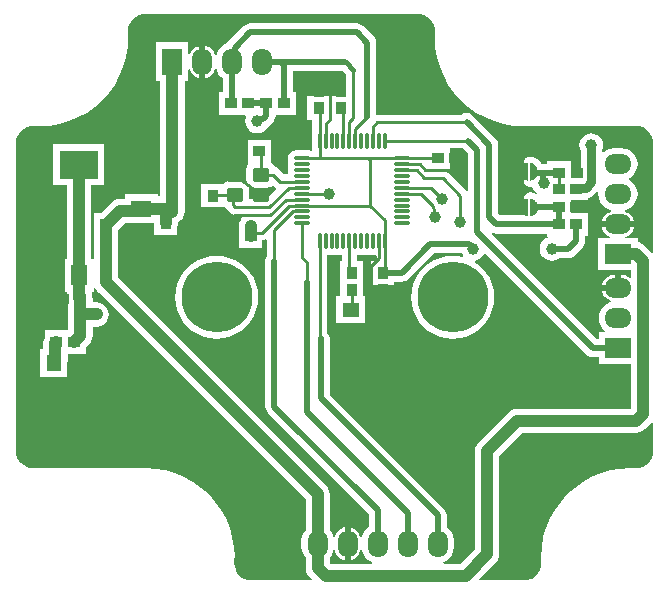
<source format=gtl>
G04*
G04 #@! TF.GenerationSoftware,Altium Limited,Altium Designer,21.3.2 (30)*
G04*
G04 Layer_Physical_Order=1*
G04 Layer_Color=255*
%FSLAX24Y24*%
%MOIN*%
G70*
G04*
G04 #@! TF.SameCoordinates,C6C43F33-DCCB-449E-A6F8-7945281E5F6C*
G04*
G04*
G04 #@! TF.FilePolarity,Positive*
G04*
G01*
G75*
%ADD17C,0.0100*%
%ADD18R,0.0394X0.0945*%
%ADD19R,0.1299X0.0945*%
%ADD20R,0.0709X0.0551*%
%ADD21R,0.0374X0.0394*%
%ADD22R,0.0551X0.0709*%
%ADD23R,0.0394X0.0374*%
%ADD24R,0.0500X0.0550*%
%ADD25R,0.0550X0.0500*%
%ADD26O,0.0118X0.0571*%
%ADD27O,0.0571X0.0118*%
%ADD28C,0.0079*%
G04:AMPARAMS|DCode=29|XSize=55.1mil|YSize=47.2mil|CornerRadius=5.9mil|HoleSize=0mil|Usage=FLASHONLY|Rotation=0.000|XOffset=0mil|YOffset=0mil|HoleType=Round|Shape=RoundedRectangle|*
%AMROUNDEDRECTD29*
21,1,0.0551,0.0354,0,0,0.0*
21,1,0.0433,0.0472,0,0,0.0*
1,1,0.0118,0.0217,-0.0177*
1,1,0.0118,-0.0217,-0.0177*
1,1,0.0118,-0.0217,0.0177*
1,1,0.0118,0.0217,0.0177*
%
%ADD29ROUNDEDRECTD29*%
%ADD45C,0.0400*%
%ADD46C,0.0200*%
%ADD47C,0.0300*%
%ADD48C,0.0150*%
%ADD49O,0.0906X0.0669*%
%ADD50R,0.0906X0.0669*%
%ADD51O,0.0669X0.0906*%
%ADD52R,0.0669X0.0906*%
%ADD53C,0.2362*%
%ADD54C,0.0394*%
G36*
X14769Y20482D02*
X14770Y20481D01*
X14820Y20496D01*
X14884Y20490D01*
X14994Y20456D01*
X15095Y20402D01*
X15184Y20329D01*
X15256Y20241D01*
X15310Y20140D01*
X15344Y20030D01*
X15353Y19933D01*
X15339Y19884D01*
X15339Y19883D01*
X15353Y19832D01*
X15347Y19719D01*
X15366Y19387D01*
X15421Y19060D01*
X15513Y18741D01*
X15640Y18434D01*
X15801Y18144D01*
X15993Y17873D01*
X16214Y17625D01*
X16462Y17404D01*
X16733Y17212D01*
X17023Y17051D01*
X17330Y16924D01*
X17649Y16832D01*
X17976Y16777D01*
X18308Y16758D01*
Y16758D01*
X18358Y16760D01*
X21801Y16760D01*
X21851Y16758D01*
Y16758D01*
X21965Y16765D01*
X22015Y16750D01*
X22016Y16750D01*
X22065Y16764D01*
X22162Y16755D01*
X22272Y16722D01*
X22373Y16668D01*
X22462Y16595D01*
X22534Y16506D01*
X22588Y16405D01*
X22622Y16295D01*
X22628Y16231D01*
X22613Y16181D01*
X22614Y16180D01*
X22633Y16161D01*
Y12561D01*
X22593Y12544D01*
X22583Y12544D01*
X22351Y12775D01*
X22267Y12839D01*
X22170Y12880D01*
X22103Y12889D01*
Y13025D01*
X21711D01*
X21701Y13075D01*
X21787Y13110D01*
X21878Y13180D01*
X21948Y13271D01*
X21992Y13377D01*
X21993Y13390D01*
X21450D01*
X20907D01*
X20908Y13377D01*
X20952Y13271D01*
X21022Y13180D01*
X21113Y13110D01*
X21199Y13075D01*
X21189Y13025D01*
X20797D01*
Y11955D01*
X21897D01*
Y11727D01*
X21847Y11702D01*
X21797Y11740D01*
X21692Y11783D01*
X21578Y11798D01*
X21560D01*
Y11360D01*
X21460D01*
Y11260D01*
X20917D01*
X20918Y11247D01*
X20962Y11141D01*
X21032Y11050D01*
X21123Y10980D01*
X21228Y10937D01*
X21235Y10936D01*
Y10885D01*
X21202Y10881D01*
X21072Y10827D01*
X20961Y10741D01*
X20875Y10630D01*
X20821Y10500D01*
X20803Y10360D01*
X20821Y10220D01*
X20875Y10090D01*
X20961Y9979D01*
X21008Y9942D01*
X20992Y9895D01*
X20807D01*
Y9663D01*
X20745D01*
X17241Y13167D01*
X17269Y13209D01*
X17322Y13188D01*
X17400Y13177D01*
X19078D01*
Y13093D01*
X19094D01*
X19103Y13043D01*
X19040Y13017D01*
X18957Y12953D01*
X18893Y12870D01*
X18853Y12774D01*
X18840Y12670D01*
X18853Y12566D01*
X18893Y12470D01*
X18957Y12387D01*
X19040Y12323D01*
X19136Y12283D01*
X19240Y12270D01*
X19344Y12283D01*
X19440Y12323D01*
X19498Y12367D01*
X19800D01*
X19878Y12378D01*
X19951Y12408D01*
X20014Y12456D01*
X20279Y12721D01*
X20327Y12784D01*
X20358Y12857D01*
X20368Y12935D01*
Y13093D01*
X20462D01*
Y13867D01*
X19872D01*
Y14283D01*
X20462D01*
Y14364D01*
X20476Y14366D01*
X20561Y14401D01*
X20634Y14457D01*
X20754Y14577D01*
X20801Y14554D01*
X20793Y14490D01*
X20811Y14350D01*
X20865Y14220D01*
X20951Y14109D01*
X21062Y14023D01*
X21192Y13969D01*
X21225Y13965D01*
Y13914D01*
X21218Y13913D01*
X21113Y13870D01*
X21022Y13800D01*
X20952Y13709D01*
X20908Y13603D01*
X20907Y13590D01*
X21450D01*
X21993D01*
X21992Y13603D01*
X21948Y13709D01*
X21878Y13800D01*
X21787Y13870D01*
X21682Y13913D01*
X21675Y13914D01*
Y13965D01*
X21708Y13969D01*
X21838Y14023D01*
X21949Y14109D01*
X22035Y14220D01*
X22089Y14350D01*
X22107Y14490D01*
X22089Y14630D01*
X22035Y14760D01*
X21949Y14871D01*
X21838Y14957D01*
X21818Y14965D01*
Y15015D01*
X21838Y15023D01*
X21949Y15109D01*
X22035Y15220D01*
X22089Y15350D01*
X22107Y15490D01*
X22089Y15630D01*
X22035Y15760D01*
X21949Y15871D01*
X21838Y15957D01*
X21708Y16011D01*
X21568Y16029D01*
X21332D01*
X21192Y16011D01*
X21062Y15957D01*
X20981Y15895D01*
X20928Y15912D01*
X20917Y15945D01*
X20947Y16016D01*
X20960Y16120D01*
X20947Y16224D01*
X20907Y16320D01*
X20843Y16403D01*
X20760Y16467D01*
X20664Y16507D01*
X20560Y16520D01*
X20456Y16507D01*
X20360Y16467D01*
X20277Y16403D01*
X20213Y16320D01*
X20173Y16224D01*
X20160Y16120D01*
X20173Y16016D01*
X20207Y15935D01*
Y15060D01*
X20102D01*
X20079Y15057D01*
X19888D01*
Y15587D01*
X19095D01*
Y15503D01*
X18910D01*
X18902Y15516D01*
X18895Y15523D01*
X18891Y15532D01*
X18875Y15554D01*
X18868Y15560D01*
X18863Y15568D01*
X18844Y15589D01*
X18837Y15594D01*
X18831Y15602D01*
X18811Y15621D01*
X18802Y15625D01*
X18796Y15633D01*
X18774Y15649D01*
X18766Y15653D01*
X18759Y15660D01*
X18735Y15675D01*
X18727Y15678D01*
X18719Y15684D01*
X18694Y15696D01*
X18685Y15699D01*
X18677Y15704D01*
X18652Y15714D01*
X18642Y15716D01*
X18634Y15720D01*
X18607Y15728D01*
X18598Y15729D01*
X18589Y15732D01*
X18562Y15737D01*
X18552Y15737D01*
X18543Y15740D01*
X18530Y15741D01*
X18519Y15740D01*
X18510Y15742D01*
X18480Y15737D01*
X18450Y15734D01*
X18441Y15729D01*
X18431Y15727D01*
X18407Y15710D01*
X18380Y15696D01*
X18374Y15688D01*
X18365Y15683D01*
X18349Y15658D01*
X18330Y15635D01*
X18327Y15625D01*
X18321Y15617D01*
X18315Y15587D01*
X18307Y15559D01*
X18308Y15549D01*
X18306Y15539D01*
Y15484D01*
X18309Y15487D01*
X18333Y15502D01*
X18357Y15514D01*
X18383Y15524D01*
X18410Y15532D01*
X18437Y15537D01*
X18450Y15539D01*
X18450Y14941D01*
X18450Y14941D01*
X18437Y14943D01*
X18410Y14948D01*
X18383Y14956D01*
X18357Y14966D01*
X18333Y14978D01*
X18309Y14993D01*
X18306Y14996D01*
Y14941D01*
X18306Y14941D01*
X18308Y14931D01*
X18307Y14921D01*
X18315Y14893D01*
X18321Y14863D01*
X18327Y14855D01*
X18330Y14845D01*
X18349Y14822D01*
X18365Y14797D01*
X18374Y14792D01*
X18380Y14784D01*
X18407Y14770D01*
X18431Y14753D01*
X18441Y14751D01*
X18450Y14746D01*
X18480Y14743D01*
X18510Y14738D01*
X18519Y14740D01*
X18530Y14739D01*
X18543Y14740D01*
X18552Y14743D01*
X18562Y14743D01*
X18589Y14748D01*
X18591Y14749D01*
X18623Y14670D01*
X18687Y14587D01*
X18757Y14534D01*
X18727Y14494D01*
X18702Y14506D01*
X18693Y14509D01*
X18685Y14514D01*
X18659Y14524D01*
X18650Y14526D01*
X18642Y14530D01*
X18615Y14538D01*
X18606Y14539D01*
X18597Y14542D01*
X18570Y14547D01*
X18560Y14547D01*
X18551Y14550D01*
X18537Y14551D01*
X18527Y14550D01*
X18517Y14552D01*
X18488Y14547D01*
X18458Y14544D01*
X18449Y14539D01*
X18439Y14537D01*
X18415Y14520D01*
X18388Y14506D01*
X18382Y14498D01*
X18373Y14493D01*
X18357Y14468D01*
X18338Y14445D01*
X18335Y14435D01*
X18329Y14427D01*
X18323Y14397D01*
X18314Y14369D01*
X18315Y14359D01*
X18314Y14349D01*
Y14294D01*
X18317Y14297D01*
X18341Y14312D01*
X18365Y14324D01*
X18391Y14334D01*
X18418Y14342D01*
X18445Y14347D01*
X18458Y14349D01*
X18458Y13751D01*
X18458Y13751D01*
X18445Y13753D01*
X18418Y13758D01*
X18391Y13766D01*
X18365Y13776D01*
X18341Y13788D01*
X18317Y13803D01*
X18314Y13806D01*
Y13783D01*
X17525D01*
X17457Y13851D01*
Y16145D01*
X17447Y16224D01*
X17417Y16297D01*
X17369Y16359D01*
X17369Y16359D01*
X16624Y17104D01*
X16561Y17152D01*
X16488Y17182D01*
X16410Y17193D01*
X16332Y17182D01*
X16259Y17152D01*
X16249Y17145D01*
X13430D01*
X13393Y17176D01*
Y19540D01*
X13393Y19540D01*
X13382Y19618D01*
X13352Y19691D01*
X13304Y19754D01*
X13304Y19754D01*
X12964Y20094D01*
X12901Y20142D01*
X12828Y20172D01*
X12750Y20183D01*
X9190D01*
X9112Y20172D01*
X9039Y20142D01*
X8976Y20094D01*
X8976Y20094D01*
X8468Y19586D01*
X8420Y19524D01*
X8420Y19522D01*
X8330Y19485D01*
X8219Y19399D01*
X8133Y19288D01*
X8079Y19158D01*
X8075Y19125D01*
X8024D01*
X8023Y19132D01*
X7980Y19237D01*
X7910Y19328D01*
X7819Y19398D01*
X7713Y19442D01*
X7700Y19443D01*
Y18900D01*
Y18357D01*
X7713Y18358D01*
X7819Y18402D01*
X7910Y18472D01*
X7980Y18563D01*
X8023Y18668D01*
X8024Y18675D01*
X8075D01*
X8079Y18642D01*
X8133Y18512D01*
X8219Y18401D01*
X8270Y18361D01*
Y17907D01*
X8148D01*
Y17133D01*
X9035D01*
X9068Y17083D01*
X9043Y17024D01*
X9030Y16920D01*
X9043Y16816D01*
X9083Y16720D01*
X9147Y16637D01*
X9230Y16573D01*
X9326Y16533D01*
X9430Y16520D01*
X9534Y16533D01*
X9630Y16573D01*
X9713Y16637D01*
X9777Y16720D01*
X9779Y16726D01*
X9832Y16766D01*
X9949Y16883D01*
X9949Y16883D01*
X9997Y16946D01*
X10027Y17019D01*
X10037Y17097D01*
Y17133D01*
X10722D01*
Y17907D01*
X10628D01*
Y18597D01*
X12280D01*
X12375Y18503D01*
Y17747D01*
X11093D01*
Y16953D01*
X11256D01*
Y16544D01*
X11249Y16495D01*
Y16042D01*
X11256Y15994D01*
Y15943D01*
X11205D01*
X11156Y15949D01*
X10704D01*
X10636Y15940D01*
X10573Y15914D01*
X10519Y15873D01*
X10477Y15819D01*
X10451Y15756D01*
X10442Y15688D01*
X10451Y15620D01*
X10464Y15590D01*
X10451Y15559D01*
X10442Y15491D01*
X10451Y15423D01*
X10464Y15393D01*
X10451Y15362D01*
X10442Y15294D01*
X10451Y15227D01*
X10462Y15200D01*
X10439Y15155D01*
X10305D01*
X10136Y15325D01*
X10053Y15380D01*
X10012Y15388D01*
X10012Y15389D01*
X9986Y15452D01*
X9944Y15507D01*
X9897Y15543D01*
Y16307D01*
X9104D01*
Y15533D01*
X9104D01*
X9124Y15483D01*
X9100Y15452D01*
X9074Y15389D01*
X9065Y15322D01*
Y14967D01*
X9074Y14904D01*
X9065Y14894D01*
X9031Y14874D01*
X9024Y14879D01*
X8961Y14905D01*
X8893Y14914D01*
X8460D01*
X8393Y14905D01*
X8330Y14879D01*
X8281Y14842D01*
X7563D01*
Y14048D01*
X8337D01*
Y14048D01*
X8343Y14052D01*
X8392Y14032D01*
X8395Y14021D01*
X8450Y13938D01*
X8508Y13880D01*
X8591Y13824D01*
X8689Y13805D01*
X8957D01*
X8974Y13755D01*
X8935Y13725D01*
X8871Y13642D01*
X8830Y13544D01*
X8821Y13477D01*
X8808D01*
Y12703D01*
X9207D01*
X9220Y12701D01*
X9233Y12703D01*
X9602D01*
Y12951D01*
X9680Y12967D01*
X9701Y12981D01*
X9745Y12957D01*
Y12431D01*
X9738Y12421D01*
X9708Y12348D01*
X9697Y12270D01*
Y7400D01*
X9708Y7322D01*
X9738Y7249D01*
X9786Y7186D01*
X13137Y3835D01*
Y3400D01*
X13059Y3339D01*
X12973Y3228D01*
X12919Y3098D01*
X12915Y3065D01*
X12864D01*
X12863Y3072D01*
X12820Y3177D01*
X12750Y3268D01*
X12659Y3338D01*
X12553Y3382D01*
X12540Y3383D01*
Y2840D01*
Y2297D01*
X12553Y2298D01*
X12659Y2342D01*
X12750Y2412D01*
X12820Y2503D01*
X12863Y2608D01*
X12864Y2615D01*
X12915D01*
X12919Y2582D01*
X12973Y2452D01*
X13059Y2341D01*
X13170Y2255D01*
X13246Y2223D01*
X13236Y2173D01*
X11877D01*
X11843Y2207D01*
Y2369D01*
X11907Y2452D01*
X11961Y2582D01*
X11965Y2615D01*
X12016D01*
X12017Y2608D01*
X12060Y2503D01*
X12130Y2412D01*
X12221Y2342D01*
X12327Y2298D01*
X12340Y2297D01*
Y2840D01*
Y3383D01*
X12327Y3382D01*
X12221Y3338D01*
X12130Y3268D01*
X12060Y3177D01*
X12017Y3072D01*
X12016Y3065D01*
X11965D01*
X11961Y3098D01*
X11907Y3228D01*
X11843Y3311D01*
Y4500D01*
X11830Y4604D01*
X11789Y4702D01*
X11725Y4785D01*
X11725Y4785D01*
X4786Y11724D01*
Y13194D01*
Y13296D01*
X5023Y13533D01*
X5484D01*
X5484Y13533D01*
X5511Y13536D01*
X5977D01*
Y13525D01*
X5990Y13421D01*
X5993Y13414D01*
Y13128D01*
X6330D01*
X6380Y13122D01*
X6430Y13128D01*
X6767D01*
Y13414D01*
X6770Y13421D01*
X6783Y13525D01*
Y13543D01*
X6802Y13551D01*
X6885Y13615D01*
X6949Y13698D01*
X6990Y13796D01*
X7003Y13900D01*
X7003Y13900D01*
Y18247D01*
X7135D01*
Y18639D01*
X7185Y18649D01*
X7220Y18563D01*
X7290Y18472D01*
X7381Y18402D01*
X7487Y18358D01*
X7500Y18357D01*
Y18900D01*
Y19443D01*
X7487Y19442D01*
X7381Y19398D01*
X7290Y19328D01*
X7220Y19237D01*
X7185Y19151D01*
X7135Y19161D01*
Y19553D01*
X6065D01*
Y18247D01*
X6197D01*
Y14415D01*
X6114D01*
Y14487D01*
X5006D01*
Y14340D01*
X4856D01*
X4856Y14340D01*
X4751Y14326D01*
X4654Y14286D01*
X4570Y14222D01*
X4215Y13867D01*
X3986D01*
Y13514D01*
X3979Y13463D01*
X3979Y13463D01*
Y13194D01*
Y12384D01*
X3977Y12334D01*
X3919Y12334D01*
X3884Y12370D01*
Y13191D01*
X3881Y13215D01*
Y14805D01*
X4327D01*
Y16150D01*
X2628D01*
Y14805D01*
X3074D01*
Y13194D01*
X3074Y13194D01*
X3077Y13170D01*
Y12334D01*
X3026D01*
Y11226D01*
X3098D01*
Y11043D01*
X3098Y11043D01*
X3112Y10939D01*
X3132Y10891D01*
Y10480D01*
Y9947D01*
X2846D01*
X2839Y9950D01*
X2735Y9963D01*
X2630Y9950D01*
X2624Y9947D01*
X2338D01*
Y9696D01*
X2310Y9630D01*
X2297Y9525D01*
X2297Y9525D01*
Y9335D01*
X2200D01*
Y8385D01*
X3100D01*
Y8884D01*
X3103Y8910D01*
X3103Y8910D01*
Y9173D01*
X3214D01*
X3221Y9170D01*
X3325Y9157D01*
X3430Y9170D01*
X3436Y9173D01*
X3722D01*
Y9386D01*
X3821Y9485D01*
X3885Y9568D01*
X3925Y9666D01*
X3939Y9770D01*
X3939Y9770D01*
Y10077D01*
X4070D01*
X4174Y10090D01*
X4272Y10131D01*
X4355Y10195D01*
X4419Y10278D01*
X4460Y10376D01*
X4473Y10480D01*
X4460Y10584D01*
X4419Y10682D01*
X4355Y10765D01*
X4272Y10829D01*
X4174Y10870D01*
X4070Y10883D01*
X3939D01*
Y11010D01*
X3939Y11010D01*
X3932Y11060D01*
Y11226D01*
X3977D01*
Y11360D01*
X4027Y11370D01*
X4033Y11355D01*
X4098Y11272D01*
X11037Y4333D01*
Y3311D01*
X10973Y3228D01*
X10919Y3098D01*
X10901Y2958D01*
Y2722D01*
X10919Y2582D01*
X10973Y2452D01*
X11037Y2369D01*
Y2040D01*
X11037Y2040D01*
X11050Y1936D01*
X11091Y1838D01*
X11155Y1755D01*
X11249Y1660D01*
X11230Y1614D01*
X9247D01*
X9245Y1614D01*
X9133Y1625D01*
X9023Y1658D01*
X8922Y1712D01*
X8833Y1785D01*
X8760Y1874D01*
X8706Y1975D01*
X8673Y2085D01*
X8663Y2182D01*
X8665Y2231D01*
X8665Y2231D01*
X8663Y2281D01*
X8670Y2396D01*
X8651Y2727D01*
X8596Y3055D01*
X8504Y3374D01*
X8377Y3680D01*
X8216Y3971D01*
X8024Y4242D01*
X7803Y4489D01*
X7555Y4711D01*
X7284Y4903D01*
X6994Y5063D01*
X6687Y5190D01*
X6368Y5282D01*
X6041Y5338D01*
X5759Y5354D01*
X5710Y5356D01*
X5710Y5373D01*
X5709Y5374D01*
Y5356D01*
X5661Y5354D01*
X2214D01*
X2184Y5356D01*
X2184Y5356D01*
X2166Y5374D01*
X2166Y5374D01*
X2165Y5373D01*
X2165Y5356D01*
X2052Y5350D01*
X2002Y5365D01*
X2001Y5364D01*
X1951Y5350D01*
X1855Y5360D01*
X1745Y5393D01*
X1644Y5447D01*
X1555Y5520D01*
X1482Y5609D01*
X1428Y5710D01*
X1395Y5820D01*
X1384Y5932D01*
X1384Y5934D01*
X1384Y16181D01*
X1384Y16183D01*
X1395Y16295D01*
X1428Y16405D01*
X1482Y16506D01*
X1555Y16595D01*
X1644Y16667D01*
X1745Y16722D01*
X1855Y16755D01*
X1951Y16764D01*
X2001Y16750D01*
X2002Y16750D01*
X2052Y16765D01*
X2166Y16758D01*
X2497Y16777D01*
X2825Y16832D01*
X3144Y16924D01*
X3450Y17051D01*
X3741Y17212D01*
X4012Y17404D01*
X4259Y17625D01*
X4481Y17873D01*
X4673Y18144D01*
X4833Y18434D01*
X4960Y18741D01*
X5052Y19060D01*
X5108Y19387D01*
X5126Y19719D01*
X5120Y19832D01*
X5135Y19883D01*
X5131Y19895D01*
X5120Y19933D01*
X5130Y20030D01*
X5163Y20140D01*
X5217Y20241D01*
X5290Y20329D01*
X5379Y20402D01*
X5480Y20456D01*
X5590Y20490D01*
X5654Y20496D01*
X5704Y20481D01*
X5704Y20481D01*
X5705Y20482D01*
X5751Y20500D01*
X5754D01*
Y20500D01*
X5754Y20500D01*
X14727Y20500D01*
X14769Y20482D01*
D02*
G37*
G36*
X18523Y15537D02*
X18550Y15532D01*
X18577Y15524D01*
X18603Y15514D01*
X18627Y15502D01*
X18651Y15487D01*
X18673Y15470D01*
X18693Y15452D01*
X18712Y15431D01*
X18728Y15409D01*
X18743Y15386D01*
X18755Y15361D01*
X18765Y15335D01*
X18772Y15308D01*
X18777Y15281D01*
X18780Y15254D01*
X18780Y15240D01*
X18780Y15240D01*
X18780Y15226D01*
X18777Y15199D01*
X18772Y15172D01*
X18765Y15145D01*
X18755Y15119D01*
X18743Y15094D01*
X18728Y15071D01*
X18712Y15049D01*
X18693Y15028D01*
X18673Y15010D01*
X18651Y14993D01*
X18627Y14978D01*
X18603Y14966D01*
X18577Y14956D01*
X18550Y14948D01*
X18523Y14943D01*
X18510Y14941D01*
X18510Y15539D01*
X18523Y15537D01*
D02*
G37*
G36*
X18510Y14941D02*
X18510D01*
X18510D01*
D01*
D02*
G37*
G36*
X10019Y14720D02*
X10053Y14698D01*
X10058Y14648D01*
X9724Y14315D01*
X9155D01*
Y14653D01*
X9146Y14716D01*
X9155Y14726D01*
X9189Y14746D01*
X9196Y14741D01*
X9259Y14715D01*
X9327Y14706D01*
X9760D01*
X9827Y14715D01*
X9890Y14741D01*
X9944Y14783D01*
X9956Y14783D01*
X10019Y14720D01*
D02*
G37*
G36*
X16457Y15845D02*
Y14595D01*
X16407Y14580D01*
X16380Y14620D01*
X15790Y15210D01*
X15726Y15253D01*
X15741Y15303D01*
X15837D01*
Y16014D01*
X16288D01*
X16457Y15845D01*
D02*
G37*
G36*
X18531Y14347D02*
X18558Y14342D01*
X18585Y14334D01*
X18611Y14324D01*
X18635Y14312D01*
X18659Y14297D01*
X18681Y14280D01*
X18701Y14262D01*
X18719Y14241D01*
X18736Y14219D01*
X18751Y14196D01*
X18763Y14171D01*
X18773Y14145D01*
X18780Y14118D01*
X18785Y14091D01*
X18788Y14064D01*
X18788Y14050D01*
X18788Y14050D01*
X18788Y14036D01*
X18785Y14009D01*
X18780Y13982D01*
X18773Y13955D01*
X18763Y13929D01*
X18751Y13904D01*
X18736Y13881D01*
X18720Y13859D01*
X18701Y13838D01*
X18681Y13820D01*
X18659Y13803D01*
X18635Y13788D01*
X18611Y13776D01*
X18585Y13766D01*
X18558Y13758D01*
X18531Y13753D01*
X18517Y13751D01*
X18517Y14349D01*
X18531Y14347D01*
D02*
G37*
G36*
X18517Y13751D02*
X18517D01*
X18517D01*
D01*
D02*
G37*
G36*
X20406Y9146D02*
X20406Y9146D01*
X20469Y9098D01*
X20542Y9068D01*
X20620Y9057D01*
X20807D01*
Y8825D01*
X21897D01*
Y7343D01*
X18090D01*
X18090Y7343D01*
X17986Y7330D01*
X17888Y7289D01*
X17805Y7225D01*
X17805Y7225D01*
X16805Y6225D01*
X16741Y6142D01*
X16700Y6044D01*
X16687Y5940D01*
X16687Y5940D01*
Y2657D01*
X16203Y2173D01*
X15644D01*
X15634Y2223D01*
X15710Y2255D01*
X15821Y2341D01*
X15907Y2452D01*
X15961Y2582D01*
X15979Y2722D01*
Y2958D01*
X15961Y3098D01*
X15907Y3228D01*
X15821Y3339D01*
X15743Y3400D01*
Y3780D01*
X15732Y3858D01*
X15702Y3931D01*
X15654Y3994D01*
X11843Y7805D01*
Y9680D01*
X11832Y9758D01*
X11802Y9831D01*
X11766Y9878D01*
Y12451D01*
X11811Y12474D01*
X11837Y12463D01*
X11904Y12454D01*
X11972Y12463D01*
X12003Y12476D01*
X12034Y12463D01*
X12101Y12454D01*
X12169Y12463D01*
X12195Y12474D01*
X12240Y12451D01*
Y12272D01*
X12183D01*
Y11478D01*
Y11080D01*
X12065D01*
Y10180D01*
X13015D01*
Y11080D01*
X12957D01*
Y11478D01*
Y12272D01*
X12750D01*
Y12451D01*
X12795Y12474D01*
X12821Y12463D01*
X12889Y12454D01*
X12956Y12463D01*
X12987Y12476D01*
X13018Y12463D01*
X13086Y12454D01*
X13153Y12463D01*
X13184Y12476D01*
X13215Y12463D01*
X13282Y12454D01*
X13350Y12463D01*
X13371Y12472D01*
X13421Y12438D01*
Y12272D01*
X13223D01*
Y11478D01*
X13997D01*
Y11573D01*
X14245D01*
X14324Y11583D01*
X14397Y11613D01*
X14459Y11661D01*
X15315Y12517D01*
X16254D01*
X16273Y12470D01*
X16292Y12446D01*
X16263Y12401D01*
X16162Y12426D01*
X15945Y12443D01*
X15729Y12426D01*
X15517Y12375D01*
X15316Y12292D01*
X15131Y12178D01*
X14966Y12037D01*
X14825Y11872D01*
X14711Y11686D01*
X14628Y11485D01*
X14577Y11274D01*
X14560Y11057D01*
X14577Y10841D01*
X14628Y10629D01*
X14711Y10428D01*
X14825Y10243D01*
X14966Y10078D01*
X15131Y9937D01*
X15316Y9823D01*
X15517Y9740D01*
X15729Y9689D01*
X15945Y9672D01*
X16162Y9689D01*
X16374Y9740D01*
X16574Y9823D01*
X16760Y9937D01*
X16925Y10078D01*
X17066Y10243D01*
X17180Y10428D01*
X17263Y10629D01*
X17314Y10841D01*
X17331Y11057D01*
X17314Y11274D01*
X17263Y11485D01*
X17180Y11686D01*
X17066Y11872D01*
X16925Y12037D01*
X16760Y12178D01*
X16680Y12227D01*
X16691Y12279D01*
X16724Y12283D01*
X16820Y12323D01*
X16903Y12387D01*
X16967Y12470D01*
X16983Y12510D01*
X17032Y12520D01*
X20406Y9146D01*
D02*
G37*
G36*
X22593Y6886D02*
X22633Y6869D01*
Y5977D01*
X22614Y5935D01*
X22613Y5934D01*
X22628Y5884D01*
X22622Y5820D01*
X22588Y5710D01*
X22534Y5609D01*
X22462Y5520D01*
X22373Y5447D01*
X22272Y5393D01*
X22162Y5360D01*
X22065Y5350D01*
X22016Y5364D01*
X22015Y5365D01*
X21965Y5350D01*
X21851Y5356D01*
X21519Y5338D01*
X21192Y5282D01*
X20873Y5190D01*
X20566Y5063D01*
X20276Y4903D01*
X20005Y4711D01*
X19758Y4489D01*
X19536Y4242D01*
X19344Y3971D01*
X19184Y3680D01*
X19057Y3374D01*
X18965Y3055D01*
X18909Y2727D01*
X18890Y2396D01*
X18897Y2282D01*
X18882Y2232D01*
X18882Y2231D01*
X18897Y2181D01*
X18887Y2085D01*
X18854Y1975D01*
X18800Y1874D01*
X18727Y1785D01*
X18638Y1712D01*
X18537Y1658D01*
X18427Y1625D01*
X18315Y1614D01*
X18313Y1614D01*
X16850D01*
X16831Y1660D01*
X17375Y2205D01*
X17375Y2205D01*
X17439Y2288D01*
X17480Y2386D01*
X17493Y2490D01*
X17493Y2490D01*
Y5773D01*
X18257Y6537D01*
X22066D01*
X22066Y6537D01*
X22170Y6550D01*
X22267Y6591D01*
X22351Y6655D01*
X22583Y6886D01*
X22593Y6886D01*
D02*
G37*
%LPC*%
G36*
X21360Y11798D02*
X21342D01*
X21228Y11783D01*
X21123Y11740D01*
X21032Y11670D01*
X20962Y11579D01*
X20918Y11473D01*
X20917Y11460D01*
X21360D01*
Y11798D01*
D02*
G37*
G36*
X8071Y12443D02*
X7855Y12426D01*
X7643Y12375D01*
X7442Y12292D01*
X7257Y12178D01*
X7092Y12037D01*
X6951Y11872D01*
X6837Y11686D01*
X6754Y11485D01*
X6703Y11274D01*
X6686Y11057D01*
X6703Y10841D01*
X6754Y10629D01*
X6837Y10428D01*
X6951Y10243D01*
X7092Y10078D01*
X7257Y9937D01*
X7442Y9823D01*
X7643Y9740D01*
X7855Y9689D01*
X8071Y9672D01*
X8288Y9689D01*
X8500Y9740D01*
X8700Y9823D01*
X8886Y9937D01*
X9051Y10078D01*
X9192Y10243D01*
X9306Y10428D01*
X9389Y10629D01*
X9440Y10841D01*
X9457Y11057D01*
X9440Y11274D01*
X9389Y11485D01*
X9306Y11686D01*
X9192Y11872D01*
X9051Y12037D01*
X8886Y12178D01*
X8700Y12292D01*
X8500Y12375D01*
X8288Y12426D01*
X8071Y12443D01*
D02*
G37*
%LPD*%
D17*
X9830Y14060D02*
X10474Y14704D01*
X10930D01*
X8689Y14060D02*
X9830D01*
X15206Y14704D02*
X15580Y14330D01*
X14257Y14704D02*
X15206D01*
X14873Y14507D02*
X15287Y14093D01*
Y14022D02*
X15304Y14005D01*
X15287Y14022D02*
Y14093D01*
X15304Y13786D02*
Y14005D01*
Y13786D02*
X15360Y13730D01*
X10493Y14113D02*
X13177D01*
X9582Y13202D02*
X10493Y14113D01*
X9317Y13202D02*
X9582D01*
X10380Y14310D02*
X10930D01*
X9860Y13790D02*
X10380Y14310D01*
X9365Y13790D02*
X9860D01*
X9365Y13790D02*
X9365Y13790D01*
X8673Y13790D02*
X9365D01*
X8615Y13731D02*
X8673Y13790D01*
X8615Y13090D02*
Y13731D01*
X9220Y13105D02*
X9317Y13202D01*
X9205Y13090D02*
X9220Y13105D01*
X10000Y12270D02*
Y13311D01*
X10605Y13916D02*
X10930D01*
X10000Y13311D02*
X10605Y13916D01*
X11791Y17941D02*
X11850Y17882D01*
X11480Y17941D02*
X11791D01*
X11850Y16980D02*
Y17882D01*
X16250Y15240D02*
X16310D01*
X16031Y15259D02*
Y15690D01*
X13430Y16890D02*
X16410D01*
X13676Y16269D02*
X16461D01*
X11511D02*
Y17200D01*
X13120Y15688D02*
X14257D01*
X11520D02*
X13120D01*
X13177Y14113D02*
Y15631D01*
X13120Y15688D02*
X13177Y15631D01*
Y14113D02*
X13676Y13614D01*
Y12942D02*
Y13614D01*
X10930Y15688D02*
X11520D01*
X11511Y15697D02*
Y16269D01*
Y15697D02*
X11520Y15688D01*
X2537Y11143D02*
X2811D01*
X2945Y11010D01*
X2478Y11202D02*
X2537Y11143D01*
X2478Y11202D02*
Y11780D01*
X2572Y11874D02*
Y13194D01*
X2478Y11780D02*
X2572Y11874D01*
X11708Y16838D02*
X11850Y16980D01*
X11708Y16269D02*
Y16838D01*
X12630Y17030D02*
Y18640D01*
X12350Y18900D02*
X12370D01*
X13282Y16269D02*
Y16742D01*
X13430Y16890D01*
X12692Y16662D02*
X13090Y17060D01*
X19475Y14670D02*
X19491Y14687D01*
Y15200D01*
X14257Y15294D02*
X14736D01*
X15000Y15030D01*
X15610D01*
X16200Y14440D01*
Y13560D02*
Y14440D01*
X15030Y15310D02*
X15950D01*
X14257Y14507D02*
X14873D01*
X13210Y11370D02*
X13295Y11285D01*
X13610D01*
X13210Y11370D02*
Y12110D01*
X13479Y12379D01*
Y12942D01*
X9543Y15145D02*
Y15877D01*
X9501Y15920D02*
X9543Y15877D01*
X8630Y14119D02*
Y14418D01*
X8619D02*
X8630D01*
Y14119D02*
X8689Y14060D01*
X8619Y14418D02*
X8677Y14475D01*
X7950Y14445D02*
X7981Y14475D01*
X8574D01*
X8605Y14445D01*
X10930Y12370D02*
X11070Y12230D01*
Y11570D02*
Y12230D01*
X10930Y12370D02*
Y13523D01*
X11511Y12942D02*
X11511Y12942D01*
Y9709D02*
X11540Y9680D01*
X11511Y9709D02*
Y12942D01*
X14849Y15491D02*
X15030Y15310D01*
X14257Y15491D02*
X14849D01*
X10930Y14507D02*
X11817D01*
X9543Y15145D02*
X9955D01*
X10199Y14901D01*
X10930D01*
X12570Y10660D02*
Y11285D01*
X12540Y10630D02*
X12570Y10660D01*
X12495Y11950D02*
Y12942D01*
Y11950D02*
X12570Y11875D01*
X13610D02*
X13676Y11941D01*
Y12942D01*
X14257Y15688D02*
X15438D01*
X15440Y15690D01*
X12692Y16269D02*
Y16662D01*
X12495Y16895D02*
X12630Y17030D01*
X12495Y16269D02*
Y16895D01*
X12210Y17350D02*
X12298Y17262D01*
Y16269D02*
Y17262D01*
X8677Y15145D02*
X9543Y14475D01*
D18*
X2572Y13194D02*
D03*
X3477D02*
D03*
X4383D02*
D03*
D19*
X3477Y15478D02*
D03*
D20*
X5560Y14012D02*
D03*
Y12988D02*
D03*
D21*
X6380Y13525D02*
D03*
Y12935D02*
D03*
X11480Y17350D02*
D03*
Y17941D02*
D03*
X13610Y11875D02*
D03*
Y11285D02*
D03*
X12570D02*
D03*
Y11875D02*
D03*
X12210Y17941D02*
D03*
Y17350D02*
D03*
X7950Y14445D02*
D03*
Y15035D02*
D03*
D22*
X3502Y11780D02*
D03*
X2478D02*
D03*
D23*
X3535Y11010D02*
D03*
X2945D02*
D03*
X9205Y13090D02*
D03*
X8615D02*
D03*
X15440Y15690D02*
D03*
X16031D02*
D03*
X2735Y9560D02*
D03*
X3325D02*
D03*
X20065Y13480D02*
D03*
X19475D02*
D03*
X20065Y14670D02*
D03*
X19475D02*
D03*
X8545Y17520D02*
D03*
X9135D02*
D03*
X19475Y14050D02*
D03*
X20065D02*
D03*
X19491Y15200D02*
D03*
X20082D02*
D03*
X10325Y17520D02*
D03*
X9735D02*
D03*
X9501Y15920D02*
D03*
X8910D02*
D03*
D24*
X2650Y8860D02*
D03*
X3550D02*
D03*
D25*
X12540Y10630D02*
D03*
Y9730D02*
D03*
D26*
X11511Y16269D02*
D03*
X11708D02*
D03*
X11904D02*
D03*
X12101D02*
D03*
X12298D02*
D03*
X12495D02*
D03*
X12692D02*
D03*
X12889D02*
D03*
X13086D02*
D03*
X13282D02*
D03*
X13479D02*
D03*
X13676D02*
D03*
Y12942D02*
D03*
X13479D02*
D03*
X13282D02*
D03*
X13086D02*
D03*
X12889D02*
D03*
X12692D02*
D03*
X12495D02*
D03*
X12298D02*
D03*
X12101D02*
D03*
X11904D02*
D03*
X11708D02*
D03*
X11511D02*
D03*
D27*
X14257Y15688D02*
D03*
Y15491D02*
D03*
Y15294D02*
D03*
Y15097D02*
D03*
Y14901D02*
D03*
Y14704D02*
D03*
Y14507D02*
D03*
Y14310D02*
D03*
Y14113D02*
D03*
Y13916D02*
D03*
Y13719D02*
D03*
Y13523D02*
D03*
X10930D02*
D03*
Y13719D02*
D03*
Y13916D02*
D03*
Y14113D02*
D03*
Y14310D02*
D03*
Y14507D02*
D03*
Y14704D02*
D03*
Y14901D02*
D03*
Y15097D02*
D03*
Y15294D02*
D03*
Y15491D02*
D03*
Y15688D02*
D03*
D28*
X18630Y14050D02*
D03*
X18346D02*
D03*
X18622Y15240D02*
D03*
X18338D02*
D03*
D29*
X8677Y14475D02*
D03*
X9543D02*
D03*
Y15145D02*
D03*
X8677D02*
D03*
D45*
X9220Y13105D02*
Y13440D01*
X3535Y10480D02*
Y11010D01*
Y9770D02*
Y10480D01*
X4070D01*
X11710Y1770D02*
X16370D01*
X17090Y2490D02*
Y5940D01*
X16370Y1770D02*
X17090Y2490D01*
X11440Y2840D02*
Y4500D01*
Y2040D02*
Y2840D01*
X17090Y5940D02*
X18090Y6940D01*
X11440Y2040D02*
X11710Y1770D01*
X22300Y7174D02*
Y12256D01*
X22066Y6940D02*
X22300Y7174D01*
X18090Y6940D02*
X22066D01*
Y12490D02*
X22300Y12256D01*
X21450Y12490D02*
X22066D01*
X4383Y11557D02*
Y13194D01*
Y11557D02*
X11440Y4500D01*
X4383Y13194D02*
Y13463D01*
X3477Y13194D02*
Y15478D01*
X2700Y8910D02*
Y9525D01*
X2650Y8860D02*
X2700Y8910D01*
Y9525D02*
X2735Y9560D01*
X3325D02*
X3535Y9770D01*
X3502Y11043D02*
Y11780D01*
Y11043D02*
X3535Y11010D01*
X3477Y13194D02*
X3480Y13191D01*
Y11801D02*
Y13191D01*
Y11801D02*
X3502Y11780D01*
X6600Y13900D02*
Y18900D01*
X6380Y13525D02*
Y13904D01*
X6488Y14012D01*
X5560D02*
X6488D01*
X6600Y13900D01*
X5484Y13936D02*
X5560Y14012D01*
X4383Y13463D02*
X4856Y13936D01*
X5484D01*
D46*
X17155Y13725D02*
Y16145D01*
X16410Y16890D02*
X17155Y16145D01*
X8682Y18982D02*
Y19372D01*
X9190Y19880D01*
X8572Y18872D02*
X8682Y18982D01*
X9190Y19880D02*
X12750D01*
X16461Y16269D02*
X16760Y15970D01*
Y13220D02*
Y15970D01*
X16470Y12820D02*
X16620Y12670D01*
X14245Y11875D02*
X15190Y12820D01*
X16470D01*
X20065Y12935D02*
Y13480D01*
X19800Y12670D02*
X20065Y12935D01*
X19240Y12670D02*
X19800D01*
X13610Y11875D02*
X14245D01*
X9618Y16980D02*
X9735Y17097D01*
X9504Y16980D02*
X9618D01*
X9430Y16920D02*
X9444D01*
X9735Y17097D02*
Y17520D01*
X9444Y16920D02*
X9504Y16980D01*
X9135Y17520D02*
X9735D01*
X18950Y15200D02*
X19491D01*
X18662D02*
X18950D01*
X18960Y14880D02*
Y15190D01*
Y14880D02*
X18970Y14870D01*
X18950Y15200D02*
X18960Y15190D01*
X10208Y18900D02*
X12350D01*
X20620Y9360D02*
X21460D01*
X16760Y13220D02*
X20620Y9360D01*
X17155Y13725D02*
X17400Y13480D01*
X19475D01*
X13090Y17060D02*
Y19540D01*
X19475Y13480D02*
Y14050D01*
X18630D02*
X19475D01*
X18622Y15240D02*
X18662Y15200D01*
X13440Y2840D02*
Y3960D01*
X10000Y7400D02*
X13440Y3960D01*
X10000Y7400D02*
Y12270D01*
X11070Y7230D02*
Y11570D01*
Y7230D02*
X14440Y3860D01*
X11540Y7680D02*
Y9680D01*
Y7680D02*
X15440Y3780D01*
X14440Y2840D02*
Y3860D01*
X15440Y2840D02*
Y3780D01*
X12750Y19880D02*
X13090Y19540D01*
X10208Y18900D02*
X10325Y18783D01*
X9600Y18900D02*
X10208D01*
X10325Y17520D02*
Y18783D01*
X8545Y17520D02*
X8572Y17548D01*
Y18872D01*
D47*
X20065Y14670D02*
X20102Y14707D01*
X20560Y14883D02*
Y16120D01*
X20384Y14707D02*
X20560Y14883D01*
X20102Y14707D02*
X20384D01*
D48*
X12370Y18900D02*
X12630Y18640D01*
D49*
X21460Y11360D02*
D03*
Y10360D02*
D03*
X21450Y15490D02*
D03*
Y14490D02*
D03*
Y13490D02*
D03*
D50*
X21460Y9360D02*
D03*
X21450Y12490D02*
D03*
D51*
X8600Y18900D02*
D03*
X7600D02*
D03*
X9600D02*
D03*
X15440Y2840D02*
D03*
X14440D02*
D03*
X13440D02*
D03*
X12440D02*
D03*
X11440D02*
D03*
D52*
X6600Y18900D02*
D03*
D53*
X15945Y11057D02*
D03*
X8071D02*
D03*
D54*
X15580Y14330D02*
D03*
X15360Y13730D02*
D03*
X9220Y13440D02*
D03*
X21690Y7780D02*
D03*
Y6280D02*
D03*
X20190Y7780D02*
D03*
Y6280D02*
D03*
X18690Y9280D02*
D03*
Y7780D02*
D03*
Y6280D02*
D03*
Y4780D02*
D03*
Y3280D02*
D03*
X17190Y9280D02*
D03*
Y7780D02*
D03*
X15690Y9280D02*
D03*
Y7780D02*
D03*
Y6280D02*
D03*
Y4780D02*
D03*
X14190Y18280D02*
D03*
Y10780D02*
D03*
Y9280D02*
D03*
Y7780D02*
D03*
Y6280D02*
D03*
X12690Y7780D02*
D03*
X9690Y4780D02*
D03*
Y3280D02*
D03*
X8190Y9280D02*
D03*
Y6280D02*
D03*
Y4780D02*
D03*
X6690Y12280D02*
D03*
Y7780D02*
D03*
Y6280D02*
D03*
X5190Y18280D02*
D03*
Y16780D02*
D03*
Y15280D02*
D03*
Y12280D02*
D03*
Y9280D02*
D03*
Y7780D02*
D03*
Y6280D02*
D03*
X3690Y16780D02*
D03*
Y7780D02*
D03*
Y6280D02*
D03*
X2190Y15280D02*
D03*
Y10780D02*
D03*
Y7780D02*
D03*
Y6280D02*
D03*
X16031Y15259D02*
D03*
X20560Y16120D02*
D03*
X19240Y12670D02*
D03*
X16620D02*
D03*
X9430Y16920D02*
D03*
X4070Y10480D02*
D03*
X18970Y14870D02*
D03*
X11817Y14507D02*
D03*
X16200Y13560D02*
D03*
M02*

</source>
